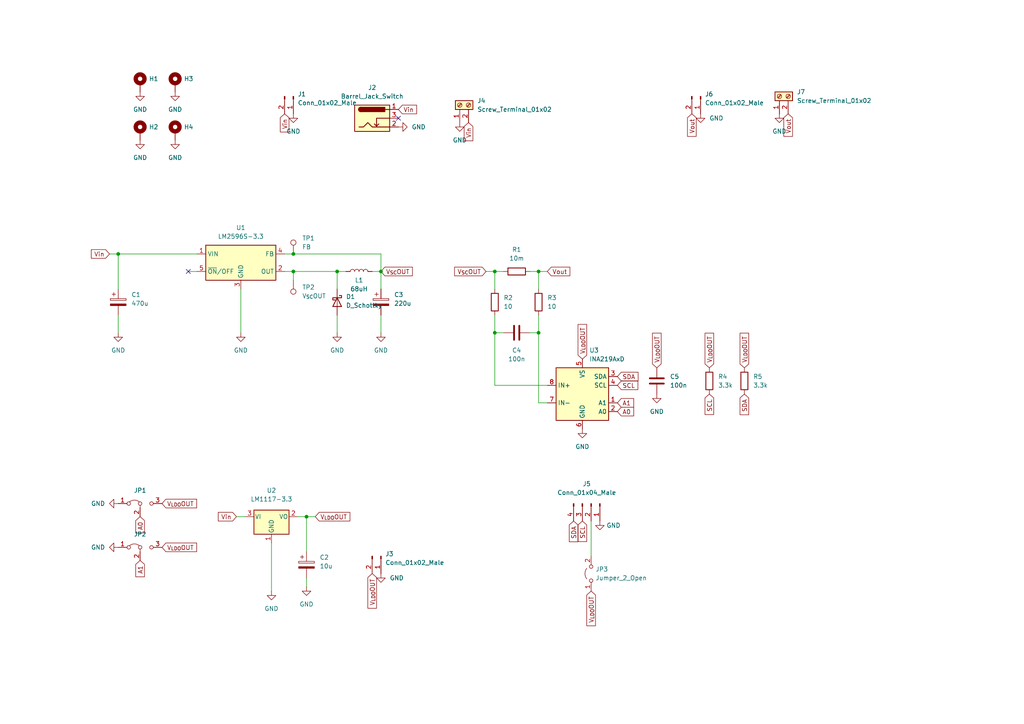
<source format=kicad_sch>
(kicad_sch (version 20211123) (generator eeschema)
  (paper "A4")
  (lib_symbols
    (symbol "Analog_ADC:INA219AxD"
      (property "Reference" "U" (at -6.35 8.89 0))
      (property "Value" "INA219AxD" (at 5.08 8.89 0))
      (symbol "INA219AxD_0_1"
        (rectangle (start -7.62 7.62) (end 7.62 -7.62) (stroke (width 0.254)) (fill (type background)))
      )
      (symbol "INA219AxD_1_1"
        (pin input line (at 10.16 -2.54 180) (length 2.54) (name "A1") (number "1"))
        (pin input line (at 10.16 -5.08 180) (length 2.54) (name "A0") (number "2"))
        (pin bidirectional line (at 10.16 5.08 180) (length 2.54) (name "SDA") (number "3"))
        (pin input line (at 10.16 2.54 180) (length 2.54) (name "SCL") (number "4"))
        (pin power_in line (at 0 10.16 270) (length 2.54) (name "VS") (number "5"))
        (pin power_in line (at 0 -10.16 90) (length 2.54) (name "GND") (number "6"))
        (pin input line (at -10.16 -2.54 0) (length 2.54) (name "IN-") (number "7"))
        (pin input line (at -10.16 2.54 0) (length 2.54) (name "IN+") (number "8"))
      )
    )
    (symbol "Connector:Barrel_Jack_Switch" (pin_names hide)
      (property "Reference" "J" (at 0 5.334 0))
      (property "Value" "Barrel_Jack_Switch" (at 0 -5.08 0))
      (symbol "Barrel_Jack_Switch_0_1"
        (rectangle (start -5.08 3.81) (end 5.08 -3.81) (stroke (width 0.254)) (fill (type background)))
        (arc (start -3.302 3.175) (mid -3.937 2.54) (end -3.302 1.905) (stroke (width 0.254)))
        (arc (start -3.302 3.175) (mid -3.937 2.54) (end -3.302 1.905) (stroke (width 0.254)) (fill (type outline)))
        (polyline (pts (xy 1.27 -2.286) (xy 1.905 -1.651)) (stroke (width 0.254)))
        (polyline (pts (xy 5.08 2.54) (xy 3.81 2.54)) (stroke (width 0.254)))
        (polyline (pts (xy 5.08 0) (xy 1.27 0) (xy 1.27 -2.286) (xy 0.635 -1.651)) (stroke (width 0.254)))
        (polyline (pts (xy -3.81 -2.54) (xy -2.54 -2.54) (xy -1.27 -1.27) (xy 0 -2.54) (xy 2.54 -2.54) (xy 5.08 -2.54)) (stroke (width 0.254)))
        (rectangle (start 3.683 3.175) (end -3.302 1.905) (stroke (width 0.254)) (fill (type outline)))
      )
      (symbol "Barrel_Jack_Switch_1_1"
        (pin passive line (at 7.62 2.54 180) (length 2.54) (name "~") (number "1"))
        (pin passive line (at 7.62 -2.54 180) (length 2.54) (name "~") (number "2"))
        (pin passive line (at 7.62 0 180) (length 2.54) (name "~") (number "3"))
      )
    )
    (symbol "Connector:Conn_01x02_Male" (pin_names (offset 1.016) hide)
      (property "Reference" "J" (at 0 2.54 0))
      (property "Value" "Conn_01x02_Male" (at 0 -5.08 0))
      (symbol "Conn_01x02_Male_1_1"
        (polyline (pts (xy 1.27 -2.54) (xy 0.8636 -2.54)) (stroke (width 0.1524)))
        (polyline (pts (xy 1.27 0) (xy 0.8636 0)) (stroke (width 0.1524)))
        (rectangle (start 0.8636 -2.413) (end 0 -2.667) (stroke (width 0.1524)) (fill (type outline)))
        (rectangle (start 0.8636 0.127) (end 0 -0.127) (stroke (width 0.1524)) (fill (type outline)))
        (pin passive line (at 5.08 0 180) (length 3.81) (name "Pin_1") (number "1"))
        (pin passive line (at 5.08 -2.54 180) (length 3.81) (name "Pin_2") (number "2"))
      )
    )
    (symbol "Connector:Conn_01x04_Male" (pin_names (offset 1.016) hide)
      (property "Reference" "J" (at 0 5.08 0))
      (property "Value" "Conn_01x04_Male" (at 0 -7.62 0))
      (symbol "Conn_01x04_Male_1_1"
        (polyline (pts (xy 1.27 -5.08) (xy 0.8636 -5.08)) (stroke (width 0.1524)))
        (polyline (pts (xy 1.27 -2.54) (xy 0.8636 -2.54)) (stroke (width 0.1524)))
        (polyline (pts (xy 1.27 0) (xy 0.8636 0)) (stroke (width 0.1524)))
        (polyline (pts (xy 1.27 2.54) (xy 0.8636 2.54)) (stroke (width 0.1524)))
        (rectangle (start 0.8636 -4.953) (end 0 -5.207) (stroke (width 0.1524)) (fill (type outline)))
        (rectangle (start 0.8636 -2.413) (end 0 -2.667) (stroke (width 0.1524)) (fill (type outline)))
        (rectangle (start 0.8636 0.127) (end 0 -0.127) (stroke (width 0.1524)) (fill (type outline)))
        (rectangle (start 0.8636 2.667) (end 0 2.413) (stroke (width 0.1524)) (fill (type outline)))
        (pin passive line (at 5.08 2.54 180) (length 3.81) (name "Pin_1") (number "1"))
        (pin passive line (at 5.08 0 180) (length 3.81) (name "Pin_2") (number "2"))
        (pin passive line (at 5.08 -2.54 180) (length 3.81) (name "Pin_3") (number "3"))
        (pin passive line (at 5.08 -5.08 180) (length 3.81) (name "Pin_4") (number "4"))
      )
    )
    (symbol "Connector:Screw_Terminal_01x02" (pin_names (offset 1.016) hide)
      (property "Reference" "J" (at 0 2.54 0))
      (property "Value" "Screw_Terminal_01x02" (at 0 -5.08 0))
      (symbol "Screw_Terminal_01x02_1_1"
        (rectangle (start -1.27 1.27) (end 1.27 -3.81) (stroke (width 0.254)) (fill (type background)))
        (circle (center 0 -2.54) (radius 0.635) (stroke (width 0.1524)))
        (polyline (pts (xy -0.5334 -2.2098) (xy 0.3302 -3.048)) (stroke (width 0.1524)))
        (polyline (pts (xy -0.5334 0.3302) (xy 0.3302 -0.508)) (stroke (width 0.1524)))
        (polyline (pts (xy -0.3556 -2.032) (xy 0.508 -2.8702)) (stroke (width 0.1524)))
        (polyline (pts (xy -0.3556 0.508) (xy 0.508 -0.3302)) (stroke (width 0.1524)))
        (circle (center 0 0) (radius 0.635) (stroke (width 0.1524)))
        (pin passive line (at -5.08 0 0) (length 3.81) (name "Pin_1") (number "1"))
        (pin passive line (at -5.08 -2.54 0) (length 3.81) (name "Pin_2") (number "2"))
      )
    )
    (symbol "Connector:TestPoint" (pin_numbers hide) (pin_names (offset 0.762) hide)
      (property "Reference" "TP" (at 0 6.858 0))
      (property "Value" "TestPoint" (at 0 5.08 0))
      (symbol "TestPoint_0_1"
        (circle (center 0 3.302) (radius 0.762))
      )
      (symbol "TestPoint_1_1"
        (pin passive line (at 0 0 90) (length 2.54) (name "1") (number "1"))
      )
    )
    (symbol "Device:C" (pin_numbers hide) (pin_names (offset 0.254))
      (property "Reference" "C" (at 0.635 2.54 0))
      (property "Value" "C" (at 0.635 -2.54 0))
      (symbol "C_0_1"
        (polyline (pts (xy -2.032 -0.762) (xy 2.032 -0.762)) (stroke (width 0.508)))
        (polyline (pts (xy -2.032 0.762) (xy 2.032 0.762)) (stroke (width 0.508)))
      )
      (symbol "C_1_1"
        (pin passive line (at 0 3.81 270) (length 2.794) (name "~") (number "1"))
        (pin passive line (at 0 -3.81 90) (length 2.794) (name "~") (number "2"))
      )
    )
    (symbol "Device:C_Polarized" (pin_numbers hide) (pin_names (offset 0.254))
      (property "Reference" "C" (at 0.635 2.54 0))
      (property "Value" "C_Polarized" (at 0.635 -2.54 0))
      (symbol "C_Polarized_0_1"
        (rectangle (start -2.286 0.508) (end 2.286 1.016))
        (polyline (pts (xy -1.778 2.286) (xy -0.762 2.286)))
        (polyline (pts (xy -1.27 2.794) (xy -1.27 1.778)))
        (rectangle (start 2.286 -0.508) (end -2.286 -1.016) (fill (type outline)))
      )
      (symbol "C_Polarized_1_1"
        (pin passive line (at 0 3.81 270) (length 2.794) (name "~") (number "1"))
        (pin passive line (at 0 -3.81 90) (length 2.794) (name "~") (number "2"))
      )
    )
    (symbol "Device:D_Schottky" (pin_numbers hide) (pin_names (offset 1.016) hide)
      (property "Reference" "D" (at 0 2.54 0))
      (property "Value" "D_Schottky" (at 0 -2.54 0))
      (symbol "D_Schottky_0_1"
        (polyline (pts (xy 1.27 0) (xy -1.27 0)))
        (polyline (pts (xy 1.27 1.27) (xy 1.27 -1.27) (xy -1.27 0) (xy 1.27 1.27)) (stroke (width 0.254)))
        (polyline (pts (xy -1.905 0.635) (xy -1.905 1.27) (xy -1.27 1.27) (xy -1.27 -1.27) (xy -0.635 -1.27) (xy -0.635 -0.635)) (stroke (width 0.254)))
      )
      (symbol "D_Schottky_1_1"
        (pin passive line (at -3.81 0 0) (length 2.54) (name "K") (number "1"))
        (pin passive line (at 3.81 0 180) (length 2.54) (name "A") (number "2"))
      )
    )
    (symbol "Device:L" (pin_numbers hide) (pin_names (offset 1.016) hide)
      (property "Reference" "L" (at -1.27 0 90))
      (property "Value" "L" (at 1.905 0 90))
      (symbol "L_0_1"
        (arc (start 0 -2.54) (mid 0.635 -1.905) (end 0 -1.27))
        (arc (start 0 -1.27) (mid 0.635 -0.635) (end 0 0))
        (arc (start 0 0) (mid 0.635 0.635) (end 0 1.27))
        (arc (start 0 1.27) (mid 0.635 1.905) (end 0 2.54))
      )
      (symbol "L_1_1"
        (pin passive line (at 0 3.81 270) (length 1.27) (name "1") (number "1"))
        (pin passive line (at 0 -3.81 90) (length 1.27) (name "2") (number "2"))
      )
    )
    (symbol "Device:R" (pin_numbers hide) (pin_names (offset 0))
      (property "Reference" "R" (at 2.032 0 90))
      (property "Value" "R" (at 0 0 90))
      (symbol "R_0_1"
        (rectangle (start -1.016 -2.54) (end 1.016 2.54) (stroke (width 0.254)))
      )
      (symbol "R_1_1"
        (pin passive line (at 0 3.81 270) (length 1.27) (name "~") (number "1"))
        (pin passive line (at 0 -3.81 90) (length 1.27) (name "~") (number "2"))
      )
    )
    (symbol "Jumper:Jumper_2_Open" (pin_names (offset 0) hide)
      (property "Reference" "JP" (at 0 2.794 0))
      (property "Value" "Jumper_2_Open" (at 0 -2.286 0))
      (symbol "Jumper_2_Open_0_0"
        (circle (center -2.032 0) (radius 0.508))
        (circle (center 2.032 0) (radius 0.508))
      )
      (symbol "Jumper_2_Open_0_1"
        (arc (start 1.524 1.27) (mid 0 1.778) (end -1.524 1.27))
      )
      (symbol "Jumper_2_Open_1_1"
        (pin passive line (at -5.08 0 0) (length 2.54) (name "A") (number "1"))
        (pin passive line (at 5.08 0 180) (length 2.54) (name "B") (number "2"))
      )
    )
    (symbol "Jumper:Jumper_3_Bridged12" (pin_names (offset 0) hide)
      (property "Reference" "JP" (at -2.54 -2.54 0))
      (property "Value" "Jumper_3_Bridged12" (at 0 2.794 0))
      (symbol "Jumper_3_Bridged12_0_0"
        (circle (center -3.302 0) (radius 0.508))
        (circle (center 0 0) (radius 0.508))
        (circle (center 3.302 0) (radius 0.508))
      )
      (symbol "Jumper_3_Bridged12_0_1"
        (arc (start -0.254 0.508) (mid -1.651 0.9912) (end -3.048 0.508))
        (polyline (pts (xy 0 -1.27) (xy 0 -0.508)))
      )
      (symbol "Jumper_3_Bridged12_1_1"
        (pin passive line (at -6.35 0 0) (length 2.54) (name "A") (number "1"))
        (pin passive line (at 0 -3.81 90) (length 2.54) (name "C") (number "2"))
        (pin passive line (at 6.35 0 180) (length 2.54) (name "B") (number "3"))
      )
    )
    (symbol "Mechanical:MountingHole_Pad" (pin_numbers hide) (pin_names (offset 1.016) hide)
      (property "Reference" "H" (at 0 6.35 0))
      (property "Value" "MountingHole_Pad" (at 0 4.445 0))
      (symbol "MountingHole_Pad_0_1"
        (circle (center 0 1.27) (radius 1.27) (stroke (width 1.27)))
      )
      (symbol "MountingHole_Pad_1_1"
        (pin input line (at 0 -2.54 90) (length 2.54) (name "1") (number "1"))
      )
    )
    (symbol "Regulator_Linear:LM1117-3.3" (pin_names (offset 0.254))
      (property "Reference" "U" (at -3.81 3.175 0))
      (property "Value" "LM1117-3.3" (at 0 3.175 0))
      (symbol "LM1117-3.3_0_1"
        (rectangle (start -5.08 -5.08) (end 5.08 1.905) (stroke (width 0.254)) (fill (type background)))
      )
      (symbol "LM1117-3.3_1_1"
        (pin power_in line (at 0 -7.62 90) (length 2.54) (name "GND") (number "1"))
        (pin power_out line (at 7.62 0 180) (length 2.54) (name "VO") (number "2"))
        (pin power_in line (at -7.62 0 0) (length 2.54) (name "VI") (number "3"))
      )
    )
    (symbol "Regulator_Switching:LM2596S-3.3"
      (property "Reference" "U" (at -10.16 6.35 0))
      (property "Value" "LM2596S-3.3" (at 0 6.35 0))
      (symbol "LM2596S-3.3_0_1"
        (rectangle (start -10.16 5.08) (end 10.16 -5.08) (stroke (width 0.254)) (fill (type background)))
      )
      (symbol "LM2596S-3.3_1_1"
        (pin power_in line (at -12.7 2.54 0) (length 2.54) (name "VIN") (number "1"))
        (pin output line (at 12.7 -2.54 180) (length 2.54) (name "OUT") (number "2"))
        (pin power_in line (at 0 -7.62 90) (length 2.54) (name "GND") (number "3"))
        (pin input line (at 12.7 2.54 180) (length 2.54) (name "FB") (number "4"))
        (pin input line (at -12.7 -2.54 0) (length 2.54) (name "~{ON}/OFF") (number "5"))
      )
    )
    (symbol "power:GND" (power) (pin_names (offset 0))
      (property "Value" "GND" (at 0 -3.81 0))
      (symbol "GND_0_1"
        (polyline (pts (xy 0 0) (xy 0 -1.27) (xy 1.27 -1.27) (xy 0 -2.54) (xy -1.27 -1.27) (xy 0 -1.27)))
      )
      (symbol "GND_1_1"
        (pin power_in line (at 0 0 270) (length 0) hide (name "GND") (number "1"))
      )
    )
  )
  (junction (at 97.79 78.74))
  (junction (at 110.49 78.74))
  (junction (at 85.09 78.74))
  (junction (at 34.29 73.66))
  (junction (at 156.21 96.52))
  (junction (at 88.9 149.86))
  (junction (at 85.09 73.66))
  (junction (at 143.51 96.52))
  (junction (at 143.51 78.74))
  (junction (at 156.21 78.74))
  (no_connect (at 54.61 78.74))
  (no_connect (at 115.57 34.29))
  (wire (pts (xy 31.75 73.66) (xy 34.29 73.66)))
  (wire (pts (xy 54.61 78.74) (xy 57.15 78.74)))
  (wire (pts (xy 156.21 116.84) (xy 156.21 96.52)))
  (wire (pts (xy 156.21 91.44) (xy 156.21 96.52)))
  (wire (pts (xy 97.79 83.82) (xy 97.79 78.74)))
  (wire (pts (xy 97.79 91.44) (xy 97.79 96.52)))
  (wire (pts (xy 97.79 78.74) (xy 85.09 78.74)))
  (wire (pts (xy 69.85 83.82) (xy 69.85 96.52)))
  (wire (pts (xy 110.49 78.74) (xy 110.49 83.82)))
  (wire (pts (xy 140.97 78.74) (xy 143.51 78.74)))
  (wire (pts (xy 143.51 91.44) (xy 143.51 96.52)))
  (wire (pts (xy 156.21 83.82) (xy 156.21 78.74)))
  (wire (pts (xy 57.15 73.66) (xy 34.29 73.66)))
  (wire (pts (xy 153.67 96.52) (xy 156.21 96.52)))
  (wire (pts (xy 143.51 111.76) (xy 158.75 111.76)))
  (wire (pts (xy 107.95 78.74) (xy 110.49 78.74)))
  (wire (pts (xy 143.51 78.74) (xy 143.51 83.82)))
  (wire (pts (xy 68.58 149.86) (xy 71.12 149.86)))
  (wire (pts (xy 143.51 111.76) (xy 143.51 96.52)))
  (wire (pts (xy 171.45 151.13) (xy 171.45 161.29)))
  (wire (pts (xy 143.51 78.74) (xy 146.05 78.74)))
  (wire (pts (xy 82.55 73.66) (xy 85.09 73.66)))
  (wire (pts (xy 85.09 78.74) (xy 82.55 78.74)))
  (wire (pts (xy 88.9 149.86) (xy 91.44 149.86)))
  (wire (pts (xy 158.75 116.84) (xy 156.21 116.84)))
  (wire (pts (xy 156.21 78.74) (xy 158.75 78.74)))
  (wire (pts (xy 156.21 78.74) (xy 153.67 78.74)))
  (wire (pts (xy 34.29 91.44) (xy 34.29 96.52)))
  (wire (pts (xy 78.74 171.45) (xy 78.74 157.48)))
  (wire (pts (xy 34.29 73.66) (xy 34.29 83.82)))
  (wire (pts (xy 88.9 149.86) (xy 88.9 160.02)))
  (wire (pts (xy 85.09 73.66) (xy 110.49 73.66)))
  (wire (pts (xy 97.79 78.74) (xy 100.33 78.74)))
  (wire (pts (xy 110.49 73.66) (xy 110.49 78.74)))
  (wire (pts (xy 110.49 91.44) (xy 110.49 96.52)))
  (wire (pts (xy 88.9 170.18) (xy 88.9 167.64)))
  (wire (pts (xy 85.09 78.74) (xy 85.09 81.28)))
  (wire (pts (xy 86.36 149.86) (xy 88.9 149.86)))
  (wire (pts (xy 146.05 96.52) (xy 143.51 96.52)))
  (global_label "SCL" (shape input) (at 205.74 114.3 270) (property "Intersheet References" "${INTERSHEET_REFS}" (effects hide)))
  (global_label "SCL" (shape input) (at 168.91 151.13 270) (property "Intersheet References" "${INTERSHEET_REFS}" (effects hide)))
  (global_label "SDA" (shape input) (at 215.9 114.3 270) (property "Intersheet References" "${INTERSHEET_REFS}" (effects hide)))
  (global_label "SDA" (shape input) (at 179.07 109.22 0) (property "Intersheet References" "${INTERSHEET_REFS}" (effects hide)))
  (global_label "V_{LDO}OUT" (shape input) (at 46.99 146.05 0) (property "Intersheet References" "${INTERSHEET_REFS}" (effects hide)))
  (global_label "A1" (shape input) (at 179.07 116.84 0) (property "Intersheet References" "${INTERSHEET_REFS}" (effects hide)))
  (global_label "V_{LDO}OUT" (shape input) (at 205.74 106.68 90) (property "Intersheet References" "${INTERSHEET_REFS}" (effects hide)))
  (global_label "A0" (shape input) (at 40.64 149.86 270) (property "Intersheet References" "${INTERSHEET_REFS}" (effects hide)))
  (global_label "Vin" (shape input) (at 135.89 35.56 270) (property "Intersheet References" "${INTERSHEET_REFS}" (effects hide)))
  (global_label "Vout" (shape input) (at 200.66 33.02 270) (property "Intersheet References" "${INTERSHEET_REFS}" (effects hide)))
  (global_label "SDA" (shape input) (at 166.37 151.13 270) (property "Intersheet References" "${INTERSHEET_REFS}" (effects hide)))
  (global_label "V_{LDO}OUT" (shape input) (at 171.45 171.45 270) (property "Intersheet References" "${INTERSHEET_REFS}" (effects hide)))
  (global_label "V_{LDO}OUT" (shape input) (at 46.99 158.75 0) (property "Intersheet References" "${INTERSHEET_REFS}" (effects hide)))
  (global_label "SCL" (shape input) (at 179.07 111.76 0) (property "Intersheet References" "${INTERSHEET_REFS}" (effects hide)))
  (global_label "Vin" (shape input) (at 82.55 33.02 270) (property "Intersheet References" "${INTERSHEET_REFS}" (effects hide)))
  (global_label "Vin" (shape input) (at 31.75 73.66 180) (property "Intersheet References" "${INTERSHEET_REFS}" (effects hide)))
  (global_label "Vin" (shape input) (at 115.57 31.75 0) (property "Intersheet References" "${INTERSHEET_REFS}" (effects hide)))
  (global_label "Vout" (shape input) (at 228.6 33.02 270) (property "Intersheet References" "${INTERSHEET_REFS}" (effects hide)))
  (global_label "V_{LDO}OUT" (shape input) (at 215.9 106.68 90) (property "Intersheet References" "${INTERSHEET_REFS}" (effects hide)))
  (global_label "Vin" (shape input) (at 68.58 149.86 180) (property "Intersheet References" "${INTERSHEET_REFS}" (effects hide)))
  (global_label "V_{LDO}OUT" (shape input) (at 107.95 166.37 270) (property "Intersheet References" "${INTERSHEET_REFS}" (effects hide)))
  (global_label "V_{LDO}OUT" (shape input) (at 91.44 149.86 0) (property "Intersheet References" "${INTERSHEET_REFS}" (effects hide)))
  (global_label "V_{SC}OUT" (shape input) (at 140.97 78.74 180) (property "Intersheet References" "${INTERSHEET_REFS}" (effects hide)))
  (global_label "V_{LDO}OUT" (shape input) (at 190.5 106.68 90) (property "Intersheet References" "${INTERSHEET_REFS}" (effects hide)))
  (global_label "Vout" (shape input) (at 158.75 78.74 0) (property "Intersheet References" "${INTERSHEET_REFS}" (effects hide)))
  (global_label "A0" (shape input) (at 179.07 119.38 0) (property "Intersheet References" "${INTERSHEET_REFS}" (effects hide)))
  (global_label "V_{SC}OUT" (shape input) (at 110.49 78.74 0) (property "Intersheet References" "${INTERSHEET_REFS}" (effects hide)))
  (global_label "V_{LDO}OUT" (shape input) (at 168.91 104.14 90) (property "Intersheet References" "${INTERSHEET_REFS}" (effects hide)))
  (global_label "A1" (shape input) (at 40.64 162.56 270) (property "Intersheet References" "${INTERSHEET_REFS}" (effects hide)))
  (symbol (lib_id "power:GND") (at 40.64 40.64 0) (unit 1)
    (property "Reference" "#PWR05" (effects hide))
    (property "Value" "GND" (at 40.64 45.72 0))
  )
  (symbol (lib_id "Device:R") (at 149.86 78.74 90) (unit 1)
    (property "Reference" "R1" (at 149.86 72.39 90))
    (property "Value" "10m" (at 149.86 74.93 90))
    (property "Footprint" "Resistor_SMD:R_1206_3216Metric_Pad1.30x1.75mm_HandSolder" (effects hide))
  )
  (symbol (lib_id "power:GND") (at 97.79 96.52 0) (unit 1)
    (property "Reference" "#PWR012" (effects hide))
    (property "Value" "GND" (at 97.79 101.6 0))
  )
  (symbol (lib_id "Connector:TestPoint") (at 85.09 81.28 180) (unit 1)
    (property "Reference" "TP2" (at 87.63 83.3119 0) (effects (justify right)))
    (property "Value" "V_{SC}OUT" (at 87.63 85.8519 0) (effects (justify right)))
    (property "Footprint" "TestPoint:TestPoint_Pad_D1.0mm" (effects hide))
  )
  (symbol (lib_id "Connector:Barrel_Jack_Switch") (at 107.95 34.29 0) (unit 1)
    (property "Reference" "J2" (at 107.95 25.4 0))
    (property "Value" "Barrel_Jack_Switch" (at 107.95 27.94 0))
    (property "Footprint" "Connector_BarrelJack:BarrelJack_Horizontal" (effects hide))
  )
  (symbol (lib_id "power:GND") (at 34.29 96.52 0) (unit 1)
    (property "Reference" "#PWR01" (effects hide))
    (property "Value" "GND" (at 34.29 101.6 0))
  )
  (symbol (lib_id "Analog_ADC:INA219AxD") (at 168.91 114.3 0) (unit 1)
    (property "Reference" "U3" (at 170.9294 101.6 0) (effects (justify left)))
    (property "Value" "INA219AxD" (at 170.9294 104.14 0) (effects (justify left)))
    (property "Footprint" "Package_SO:SOIC-8_3.9x4.9mm_P1.27mm" (effects hide))
    (property "Datasheet" "http://www.ti.com/lit/ds/symlink/ina219.pdf" (effects hide))
  )
  (symbol (lib_id "Connector:Conn_01x02_Male") (at 203.2 27.94 270) (unit 1)
    (property "Reference" "J6" (at 204.47 27.3049 90) (effects (justify left)))
    (property "Value" "Conn_01x02_Male" (at 204.47 29.8449 90) (effects (justify left)))
    (property "Footprint" "Connector_PinHeader_2.54mm:PinHeader_1x02_P2.54mm_Vertical" (effects hide))
  )
  (symbol (lib_id "power:GND") (at 34.29 146.05 270) (unit 1)
    (property "Reference" "#PWR02" (effects hide))
    (property "Value" "GND" (at 30.48 146.0499 90) (effects (justify right)))
  )
  (symbol (lib_id "power:GND") (at 40.64 26.67 0) (unit 1)
    (property "Reference" "#PWR04" (effects hide))
    (property "Value" "GND" (at 40.64 31.75 0))
  )
  (symbol (lib_id "power:GND") (at 133.35 35.56 0) (unit 1)
    (property "Reference" "#PWR016" (effects hide))
    (property "Value" "GND" (at 133.35 40.64 0))
  )
  (symbol (lib_id "Connector:Conn_01x04_Male") (at 171.45 146.05 270) (unit 1)
    (property "Reference" "J5" (at 170.18 140.335 90))
    (property "Value" "Conn_01x04_Male" (at 170.18 142.875 90))
    (property "Footprint" "Connector_PinHeader_2.54mm:PinHeader_1x04_P2.54mm_Vertical" (effects hide))
  )
  (symbol (lib_id "Mechanical:MountingHole_Pad") (at 50.8 38.1 0) (unit 1)
    (property "Reference" "H4" (at 53.34 36.8299 0) (effects (justify left)))
    (property "Value" "MountingHole_Pad" (effects hide))
    (property "Footprint" "MountingHole:MountingHole_3.2mm_M3_DIN965_Pad" (effects hide))
  )
  (symbol (lib_id "power:GND") (at 85.09 33.02 0) (unit 1)
    (property "Reference" "#PWR010" (effects hide))
    (property "Value" "GND" (at 85.09 38.1 0))
  )
  (symbol (lib_id "Connector:Conn_01x02_Male") (at 110.49 161.29 270) (unit 1)
    (property "Reference" "J3" (at 111.76 160.6549 90) (effects (justify left)))
    (property "Value" "Conn_01x02_Male" (at 111.76 163.1949 90) (effects (justify left)))
    (property "Footprint" "Connector_PinHeader_2.54mm:PinHeader_1x02_P2.54mm_Vertical" (effects hide))
  )
  (symbol (lib_id "Jumper:Jumper_3_Bridged12") (at 40.64 146.05 0) (unit 1)
    (property "Reference" "JP1" (at 40.64 142.24 0))
    (property "Value" "Jumper_3_Bridged12" (effects hide))
    (property "Footprint" "Connector_PinHeader_2.54mm:PinHeader_1x03_P2.54mm_Vertical" (effects hide))
  )
  (symbol (lib_id "Regulator_Linear:LM1117-3.3") (at 78.74 149.86 0) (unit 1)
    (property "Reference" "U2" (at 78.74 142.24 0))
    (property "Value" "LM1117-3.3" (at 78.74 144.78 0))
    (property "Footprint" "Package_TO_SOT_SMD:SOT-223-3_TabPin2" (effects hide))
    (property "Datasheet" "http://www.ti.com/lit/ds/symlink/lm1117.pdf" (effects hide))
  )
  (symbol (lib_id "power:GND") (at 168.91 124.46 0) (unit 1)
    (property "Reference" "#PWR017" (effects hide))
    (property "Value" "GND" (at 168.91 129.54 0))
  )
  (symbol (lib_id "Mechanical:MountingHole_Pad") (at 50.8 24.13 0) (unit 1)
    (property "Reference" "H3" (at 53.34 22.8599 0) (effects (justify left)))
    (property "Value" "MountingHole_Pad" (effects hide))
    (property "Footprint" "MountingHole:MountingHole_3.2mm_M3_DIN965_Pad" (effects hide))
  )
  (symbol (lib_id "power:GND") (at 190.5 114.3 0) (unit 1)
    (property "Reference" "#PWR019" (effects hide))
    (property "Value" "GND" (at 190.5 119.38 0))
  )
  (symbol (lib_id "Mechanical:MountingHole_Pad") (at 40.64 38.1 0) (unit 1)
    (property "Reference" "H2" (at 43.18 36.8299 0) (effects (justify left)))
    (property "Value" "MountingHole_Pad" (effects hide))
    (property "Footprint" "MountingHole:MountingHole_3.2mm_M3_DIN965_Pad" (effects hide))
  )
  (symbol (lib_id "Device:C") (at 190.5 110.49 180) (unit 1)
    (property "Reference" "C5" (at 194.31 109.2199 0) (effects (justify right)))
    (property "Value" "100n" (at 194.31 111.7599 0) (effects (justify right)))
    (property "Footprint" "Capacitor_SMD:C_0603_1608Metric_Pad1.08x0.95mm_HandSolder" (effects hide))
  )
  (symbol (lib_id "Device:R") (at 143.51 87.63 0) (unit 1)
    (property "Reference" "R2" (at 146.05 86.3599 0) (effects (justify left)))
    (property "Value" "10" (at 146.05 88.8999 0) (effects (justify left)))
    (property "Footprint" "Resistor_SMD:R_0603_1608Metric_Pad0.98x0.95mm_HandSolder" (effects hide))
  )
  (symbol (lib_id "power:GND") (at 226.06 33.02 0) (unit 1)
    (property "Reference" "#PWR021" (effects hide))
    (property "Value" "GND" (at 226.06 38.1 0))
  )
  (symbol (lib_id "Connector:TestPoint") (at 85.09 73.66 0) (unit 1)
    (property "Reference" "TP1" (at 87.63 69.0879 0) (effects (justify left)))
    (property "Value" "FB" (at 87.63 71.6279 0) (effects (justify left)))
    (property "Footprint" "TestPoint:TestPoint_Pad_D1.0mm" (effects hide))
  )
  (symbol (lib_id "Device:R") (at 156.21 87.63 0) (unit 1)
    (property "Reference" "R3" (at 158.75 86.3599 0) (effects (justify left)))
    (property "Value" "10" (at 158.75 88.8999 0) (effects (justify left)))
    (property "Footprint" "Resistor_SMD:R_0603_1608Metric_Pad0.98x0.95mm_HandSolder" (effects hide))
  )
  (symbol (lib_id "power:GND") (at 115.57 36.83 90) (unit 1)
    (property "Reference" "#PWR015" (effects hide))
    (property "Value" "GND" (at 119.38 36.8299 90) (effects (justify right)))
  )
  (symbol (lib_id "Device:D_Schottky") (at 97.79 87.63 270) (unit 1)
    (property "Reference" "D1" (at 100.33 86.0424 90) (effects (justify left)))
    (property "Value" "D_Schottky" (at 100.33 88.5824 90) (effects (justify left)))
    (property "Footprint" "Diode_SMD:D_SMA-SMB_Universal_Handsoldering" (effects hide))
  )
  (symbol (lib_id "Device:C_Polarized") (at 34.29 87.63 0) (unit 1)
    (property "Reference" "C1" (at 38.1 85.4709 0) (effects (justify left)))
    (property "Value" "470u" (at 38.1 88.0109 0) (effects (justify left)))
    (property "Footprint" "Capacitor_THT:CP_Radial_D8.0mm_P2.50mm" (effects hide))
  )
  (symbol (lib_id "Device:L") (at 104.14 78.74 90) (unit 1)
    (property "Reference" "L1" (at 104.14 81.28 90))
    (property "Value" "68uH" (at 104.14 83.82 90))
    (property "Footprint" "Inductor_SMD:L_12x12mm_H8mm" (effects hide))
  )
  (symbol (lib_id "Device:C") (at 149.86 96.52 90) (unit 1)
    (property "Reference" "C4" (at 149.86 101.6 90))
    (property "Value" "100n" (at 149.86 104.14 90))
    (property "Footprint" "Capacitor_SMD:C_0603_1608Metric_Pad1.08x0.95mm_HandSolder" (effects hide))
  )
  (symbol (lib_id "power:GND") (at 88.9 170.18 0) (unit 1)
    (property "Reference" "#PWR011" (effects hide))
    (property "Value" "GND" (at 88.9 175.26 0))
  )
  (symbol (lib_id "Device:C_Polarized") (at 110.49 87.63 0) (unit 1)
    (property "Reference" "C3" (at 114.3 85.4709 0) (effects (justify left)))
    (property "Value" "220u" (at 114.3 88.0109 0) (effects (justify left)))
    (property "Footprint" "Capacitor_THT:CP_Radial_D8.0mm_P2.50mm" (effects hide))
  )
  (symbol (lib_id "Device:R") (at 205.74 110.49 0) (unit 1)
    (property "Reference" "R4" (at 208.28 109.2199 0) (effects (justify left)))
    (property "Value" "3.3k" (at 208.28 111.7599 0) (effects (justify left)))
    (property "Footprint" "Resistor_SMD:R_0603_1608Metric_Pad0.98x0.95mm_HandSolder" (effects hide))
  )
  (symbol (lib_id "power:GND") (at 173.99 151.13 0) (unit 1)
    (property "Reference" "#PWR018" (effects hide))
    (property "Value" "GND" (at 175.895 152.3999 0) (effects (justify left)))
  )
  (symbol (lib_id "power:GND") (at 50.8 40.64 0) (unit 1)
    (property "Reference" "#PWR07" (effects hide))
    (property "Value" "GND" (at 50.8 45.72 0))
  )
  (symbol (lib_id "power:GND") (at 110.49 166.37 0) (unit 1)
    (property "Reference" "#PWR014" (effects hide))
    (property "Value" "GND" (at 113.03 167.6399 0) (effects (justify left)))
  )
  (symbol (lib_id "power:GND") (at 50.8 26.67 0) (unit 1)
    (property "Reference" "#PWR06" (effects hide))
    (property "Value" "GND" (at 50.8 31.75 0))
  )
  (symbol (lib_id "Device:C_Polarized") (at 88.9 163.83 0) (unit 1)
    (property "Reference" "C2" (at 92.71 161.6709 0) (effects (justify left)))
    (property "Value" "10u" (at 92.71 164.2109 0) (effects (justify left)))
    (property "Footprint" "Capacitor_Tantalum_SMD:CP_EIA-3528-12_Kemet-T_Pad1.50x2.35mm_HandSolder" (effects hide))
  )
  (symbol (lib_id "Connector:Conn_01x02_Male") (at 85.09 27.94 270) (unit 1)
    (property "Reference" "J1" (at 86.36 27.3049 90) (effects (justify left)))
    (property "Value" "Conn_01x02_Male" (at 86.36 29.8449 90) (effects (justify left)))
    (property "Footprint" "Connector_PinHeader_2.54mm:PinHeader_1x02_P2.54mm_Vertical" (effects hide))
  )
  (symbol (lib_id "Jumper:Jumper_2_Open") (at 171.45 166.37 90) (unit 1)
    (property "Reference" "JP3" (at 172.72 165.0999 90) (effects (justify right)))
    (property "Value" "Jumper_2_Open" (at 172.72 167.6399 90) (effects (justify right)))
    (property "Footprint" "Jumper:SolderJumper-2_P1.3mm_Open_RoundedPad1.0x1.5mm" (effects hide))
  )
  (symbol (lib_id "power:GND") (at 110.49 96.52 0) (unit 1)
    (property "Reference" "#PWR013" (effects hide))
    (property "Value" "GND" (at 110.49 101.6 0))
  )
  (symbol (lib_id "Regulator_Switching:LM2596S-3.3") (at 69.85 76.2 0) (unit 1)
    (property "Reference" "U1" (at 69.85 66.04 0))
    (property "Value" "LM2596S-3.3" (at 69.85 68.58 0))
    (property "Footprint" "Package_TO_SOT_SMD:TO-263-5_TabPin3" (effects hide))
    (property "Datasheet" "http://www.ti.com/lit/ds/symlink/lm2596.pdf" (effects hide))
  )
  (symbol (lib_id "power:GND") (at 78.74 171.45 0) (unit 1)
    (property "Reference" "#PWR09" (effects hide))
    (property "Value" "GND" (at 78.74 176.53 0))
  )
  (symbol (lib_id "power:GND") (at 203.2 33.02 0) (unit 1)
    (property "Reference" "#PWR020" (effects hide))
    (property "Value" "GND" (at 205.74 34.2899 0) (effects (justify left)))
  )
  (symbol (lib_id "Mechanical:MountingHole_Pad") (at 40.64 24.13 0) (unit 1)
    (property "Reference" "H1" (at 43.18 22.8599 0) (effects (justify left)))
    (property "Value" "MountingHole_Pad" (effects hide))
    (property "Footprint" "MountingHole:MountingHole_3.2mm_M3_DIN965_Pad" (effects hide))
  )
  (symbol (lib_id "Device:R") (at 215.9 110.49 0) (unit 1)
    (property "Reference" "R5" (at 218.44 109.2199 0) (effects (justify left)))
    (property "Value" "3.3k" (at 218.44 111.7599 0) (effects (justify left)))
    (property "Footprint" "Resistor_SMD:R_0603_1608Metric_Pad0.98x0.95mm_HandSolder" (effects hide))
  )
  (symbol (lib_id "power:GND") (at 69.85 96.52 0) (unit 1)
    (property "Reference" "#PWR08" (effects hide))
    (property "Value" "GND" (at 69.85 101.6 0))
  )
  (symbol (lib_id "Connector:Screw_Terminal_01x02") (at 226.06 27.94 90) (unit 1)
    (property "Reference" "J7" (at 231.14 26.6699 90) (effects (justify right)))
    (property "Value" "Screw_Terminal_01x02" (at 231.14 29.2099 90) (effects (justify right)))
    (property "Footprint" "TerminalBlock:TerminalBlock_bornier-2_P5.08mm" (effects hide))
  )
  (symbol (lib_id "power:GND") (at 34.29 158.75 270) (unit 1)
    (property "Reference" "#PWR03" (effects hide))
    (property "Value" "GND" (at 30.48 158.7499 90) (effects (justify right)))
  )
  (symbol (lib_id "Connector:Screw_Terminal_01x02") (at 133.35 30.48 90) (unit 1)
    (property "Reference" "J4" (at 138.43 29.2099 90) (effects (justify right)))
    (property "Value" "Screw_Terminal_01x02" (at 138.43 31.7499 90) (effects (justify right)))
    (property "Footprint" "TerminalBlock:TerminalBlock_bornier-2_P5.08mm" (effects hide))
  )
  (symbol (lib_id "Jumper:Jumper_3_Bridged12") (at 40.64 158.75 0) (unit 1)
    (property "Reference" "JP2" (at 40.64 154.94 0))
    (property "Value" "Jumper_3_Bridged12" (effects hide))
    (property "Footprint" "Connector_PinHeader_2.54mm:PinHeader_1x03_P2.54mm_Vertical" (effects hide))
  )
)
</source>
